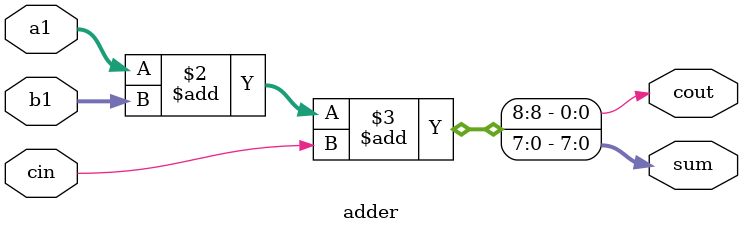
<source format=v>
`timescale 1ns / 1ps


module adder(
    input [7:0] a1,
    input [7:0] b1,
    input cin,
    output reg cout,
    output reg [7:0] sum
    );
    
    always @ (a1 or b1 or cin) begin      // This always @ block occurs when a value change occurs in a, b, or cin
    {cout, sum} = a1 + b1 + cin;        // Result goes into cout and sum, where sum gets the first value, followed by cout if overflow occurs
    end
endmodule

</source>
